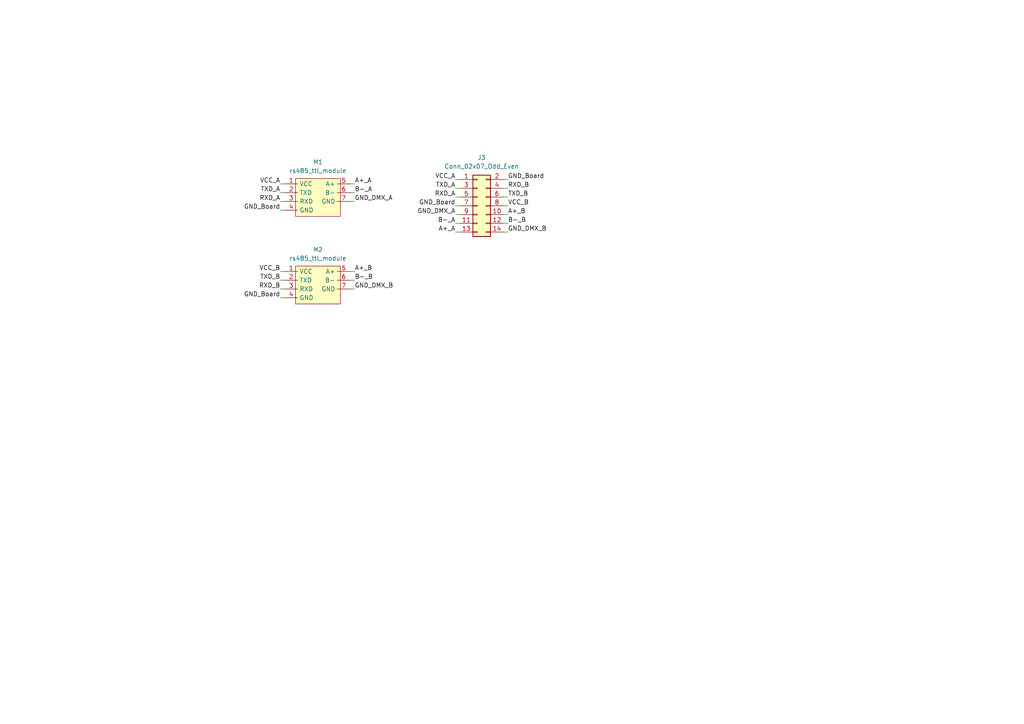
<source format=kicad_sch>
(kicad_sch (version 20250114) (generator "eeschema") (generator_version "9.0")
  (paper "A4")
  (lib_symbols
    (symbol "Connector_Generic:Conn_02x07_Odd_Even" (pin_names (offset 1.016) (hide yes))
      (property "Reference" "J" (at 1.27 10.16 0))
      (property "Value" "Conn_02x07_Odd_Even" (at 1.27 -10.16 0))
      (symbol "Conn_02x07_Odd_Even_1_1"
        (rectangle (start -1.27 8.89) (end 3.81 -8.89) (stroke (width 0.254)) (fill (type background)))
        (rectangle (start -1.27 7.747) (end 0 7.493) (stroke (width 0.1524)))
        (rectangle (start -1.27 5.207) (end 0 4.953) (stroke (width 0.1524)))
        (rectangle (start -1.27 2.667) (end 0 2.413) (stroke (width 0.1524)))
        (rectangle (start -1.27 0.127) (end 0 -0.127) (stroke (width 0.1524)))
        (rectangle (start -1.27 -2.413) (end 0 -2.667) (stroke (width 0.1524)))
        (rectangle (start -1.27 -4.953) (end 0 -5.207) (stroke (width 0.1524)))
        (rectangle (start -1.27 -7.493) (end 0 -7.747) (stroke (width 0.1524)))
        (rectangle (start 3.81 7.747) (end 2.54 7.493) (stroke (width 0.1524)))
        (rectangle (start 3.81 5.207) (end 2.54 4.953) (stroke (width 0.1524)))
        (rectangle (start 3.81 2.667) (end 2.54 2.413) (stroke (width 0.1524)))
        (rectangle (start 3.81 0.127) (end 2.54 -0.127) (stroke (width 0.1524)))
        (rectangle (start 3.81 -2.413) (end 2.54 -2.667) (stroke (width 0.1524)))
        (rectangle (start 3.81 -4.953) (end 2.54 -5.207) (stroke (width 0.1524)))
        (rectangle (start 3.81 -7.493) (end 2.54 -7.747) (stroke (width 0.1524)))
        (pin passive line (at -5.08 7.62 0) (length 3.81) (name "Pin_1") (number "1"))
        (pin passive line (at -5.08 5.08 0) (length 3.81) (name "Pin_3") (number "3"))
        (pin passive line (at -5.08 2.54 0) (length 3.81) (name "Pin_5") (number "5"))
        (pin passive line (at -5.08 0 0) (length 3.81) (name "Pin_7") (number "7"))
        (pin passive line (at -5.08 -2.54 0) (length 3.81) (name "Pin_9") (number "9"))
        (pin passive line (at -5.08 -5.08 0) (length 3.81) (name "Pin_11") (number "11"))
        (pin passive line (at -5.08 -7.62 0) (length 3.81) (name "Pin_13") (number "13"))
        (pin passive line (at 7.62 7.62 180) (length 3.81) (name "Pin_2") (number "2"))
        (pin passive line (at 7.62 5.08 180) (length 3.81) (name "Pin_4") (number "4"))
        (pin passive line (at 7.62 2.54 180) (length 3.81) (name "Pin_6") (number "6"))
        (pin passive line (at 7.62 0 180) (length 3.81) (name "Pin_8") (number "8"))
        (pin passive line (at 7.62 -2.54 180) (length 3.81) (name "Pin_10") (number "10"))
        (pin passive line (at 7.62 -5.08 180) (length 3.81) (name "Pin_12") (number "12"))
        (pin passive line (at 7.62 -7.62 180) (length 3.81) (name "Pin_14") (number "14"))
      )
    )
    (symbol "RS485ToTTL:rs485_ttl_module"
      (property "Reference" "M" (at -6.5 0 0))
      (property "Value" "rs485_ttl_module" (at 1 -2 0))
      (symbol "rs485_ttl_module_1_1"
        (rectangle (start -7 -3.5) (end 6 -14.5) (fill (type background)))
        (pin power_out line (at -10.16 -5.08 0) (length 3.81) (name "VCC") (number "1"))
        (pin output line (at -10.16 -7.62 0) (length 3.81) (name "TXD") (number "2"))
        (pin input line (at -10.16 -10.16 0) (length 3.81) (name "RXD") (number "3"))
        (pin power_out line (at -10.16 -12.7 0) (length 3.81) (name "GND") (number "4"))
        (pin bidirectional line (at 8.89 -5.08 180) (length 3.81) (name "A+") (number "5"))
        (pin bidirectional line (at 8.89 -7.62 180) (length 3.81) (name "B-") (number "6"))
        (pin power_out line (at 8.89 -10.16 180) (length 3.81) (name "GND") (number "7"))
      )
    )
  )
  (wire (pts (xy 132.08 62.23) (xy 133.35 62.23)))
  (wire (pts (xy 147.32 57.15) (xy 146.05 57.15)))
  (wire (pts (xy 147.32 52.07) (xy 146.05 52.07)))
  (wire (pts (xy 101.6 58.42) (xy 102.87 58.42)))
  (wire (pts (xy 81.28 55.88) (xy 82.55 55.88)))
  (wire (pts (xy 101.6 83.82) (xy 102.87 83.82)))
  (wire (pts (xy 132.08 59.69) (xy 133.35 59.69)))
  (wire (pts (xy 101.6 53.34) (xy 102.87 53.34)))
  (wire (pts (xy 81.28 60.96) (xy 82.55 60.96)))
  (wire (pts (xy 147.32 67.31) (xy 146.05 67.31)))
  (wire (pts (xy 132.08 52.07) (xy 133.35 52.07)))
  (wire (pts (xy 81.28 81.28) (xy 82.55 81.28)))
  (wire (pts (xy 132.08 57.15) (xy 133.35 57.15)))
  (wire (pts (xy 81.28 78.74) (xy 82.55 78.74)))
  (wire (pts (xy 132.08 54.61) (xy 133.35 54.61)))
  (wire (pts (xy 147.32 54.61) (xy 146.05 54.61)))
  (wire (pts (xy 81.28 58.42) (xy 82.55 58.42)))
  (wire (pts (xy 81.28 86.36) (xy 82.55 86.36)))
  (wire (pts (xy 101.6 81.28) (xy 102.87 81.28)))
  (wire (pts (xy 147.32 64.77) (xy 146.05 64.77)))
  (wire (pts (xy 81.28 53.34) (xy 82.55 53.34)))
  (wire (pts (xy 147.32 59.69) (xy 146.05 59.69)))
  (wire (pts (xy 101.6 78.74) (xy 102.87 78.74)))
  (wire (pts (xy 101.6 55.88) (xy 102.87 55.88)))
  (wire (pts (xy 132.08 64.77) (xy 133.35 64.77)))
  (wire (pts (xy 81.28 83.82) (xy 82.55 83.82)))
  (wire (pts (xy 147.32 62.23) (xy 146.05 62.23)))
  (wire (pts (xy 132.08 67.31) (xy 133.35 67.31)))
  (label "TXD_A" (at 81.28 55.88 180))
  (label "GND_DMX_B" (at 147.32 67.31 0))
  (label "B-_A" (at 132.08 64.77 180))
  (label "A+_B" (at 102.87 78.74 0))
  (label "A+_B" (at 147.32 62.23 0))
  (label "RXD_B" (at 81.28 83.82 180))
  (label "RXD_A" (at 81.28 58.42 180))
  (label "GND_DMX_A" (at 102.87 58.42 0))
  (label "GND_Board" (at 132.08 59.69 180))
  (label "A+_A" (at 132.08 67.31 180))
  (label "B-_B" (at 147.32 64.77 0))
  (label "TXD_B" (at 147.32 57.15 0))
  (label "B-_A" (at 102.87 55.88 0))
  (label "GND_Board" (at 147.32 52.07 0))
  (label "GND_Board" (at 81.28 60.96 180))
  (label "A+_A" (at 102.87 53.34 0))
  (label "VCC_A" (at 132.08 52.07 180))
  (label "VCC_B" (at 147.32 59.69 0))
  (label "GND_DMX_B" (at 102.87 83.82 0))
  (label "TXD_A" (at 132.08 54.61 180))
  (label "GND_DMX_A" (at 132.08 62.23 180))
  (label "VCC_B" (at 81.28 78.74 180))
  (label "RXD_A" (at 132.08 57.15 180))
  (label "B-_B" (at 102.87 81.28 0))
  (label "GND_Board" (at 81.28 86.36 180))
  (label "RXD_B" (at 147.32 54.61 0))
  (label "TXD_B" (at 81.28 81.28 180))
  (label "VCC_A" (at 81.28 53.34 180))
  (symbol (lib_id "Connector_Generic:Conn_02x07_Odd_Even") (at 138.43 59.69 0) (unit 1)
    (property "Reference" "J3" (at 139.7 45.72 0))
    (property "Value" "Conn_02x07_Odd_Even" (at 139.7 48.26 0))
    (property "Footprint" "Custom-Library:2x7_Pins_Vertical_PCB_Edge" (effects (hide yes)))
    (property "Description" "Generic connector, double row, 02x07, odd/even pin numbering scheme (row 1 odd numbers, row 2 even numbers), script generated (kicad-library-utils/schlib/autogen/connector/)" (effects (hide yes)))
  )
  (symbol (lib_id "RS485ToTTL:rs485_ttl_module") (at 92.71 73.66 0) (unit 1)
    (property "Reference" "M2" (at 92.21 72.39 0))
    (property "Value" "rs485_ttl_module" (at 92.21 74.93 0))
    (property "Footprint" "RS485ToTTL:rs485_ttl_module" (effects (hide yes)))
    (property "Datasheet" "https://protosupplies.com/product/scm-ttl-to-rs-485-interface-module/" (effects (hide yes)))
  )
  (symbol (lib_id "RS485ToTTL:rs485_ttl_module") (at 92.71 48.26 0) (unit 1)
    (property "Reference" "M1" (at 92.21 46.99 0))
    (property "Value" "rs485_ttl_module" (at 92.21 49.53 0))
    (property "Footprint" "RS485ToTTL:rs485_ttl_module" (effects (hide yes)))
    (property "Datasheet" "https://protosupplies.com/product/scm-ttl-to-rs-485-interface-module/" (effects (hide yes)))
  )
)
</source>
